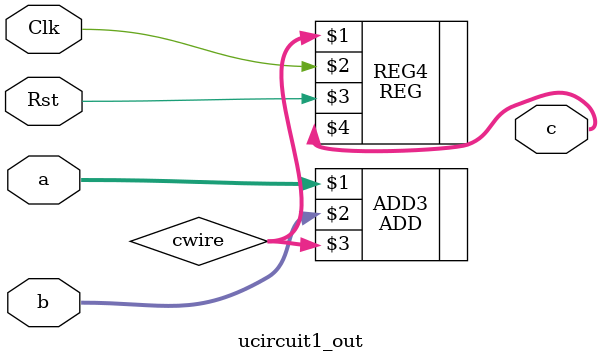
<source format=v>

`timescale 1ns / 1ps

module ucircuit1_out(a,b,c,Clk,Rst);
	input Clk,Rst;
	input [7:0] a,b;
	output wire [7:0] c;
	wire [7:0] cwire;
	ADD	#(.DATAWIDTH(8)) ADD3(a,b,cwire);
	REG	#(.DATAWIDTH(8)) REG4(cwire,Clk,Rst,c);
endmodule
</source>
